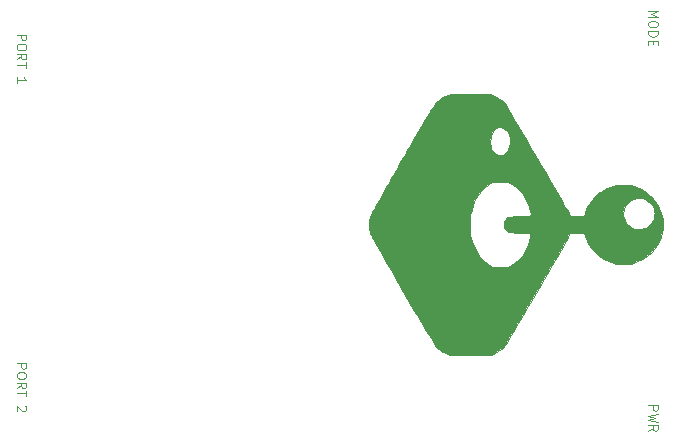
<source format=gto>
%TF.GenerationSoftware,KiCad,Pcbnew,(5.1.8)-1*%
%TF.CreationDate,2021-02-07T20:14:13+01:00*%
%TF.ProjectId,C64 Joystick Faceplate A1,43363420-4a6f-4797-9374-69636b204661,rev?*%
%TF.SameCoordinates,Original*%
%TF.FileFunction,Legend,Top*%
%TF.FilePolarity,Positive*%
%FSLAX46Y46*%
G04 Gerber Fmt 4.6, Leading zero omitted, Abs format (unit mm)*
G04 Created by KiCad (PCBNEW (5.1.8)-1) date 2021-02-07 20:14:13*
%MOMM*%
%LPD*%
G01*
G04 APERTURE LIST*
%ADD10C,0.100000*%
%ADD11C,0.010000*%
G04 APERTURE END LIST*
D10*
X166643095Y-74117380D02*
X167443095Y-74117380D01*
X166871666Y-74384047D01*
X167443095Y-74650714D01*
X166643095Y-74650714D01*
X167443095Y-75184047D02*
X167443095Y-75336428D01*
X167405000Y-75412619D01*
X167328809Y-75488809D01*
X167176428Y-75526904D01*
X166909761Y-75526904D01*
X166757380Y-75488809D01*
X166681190Y-75412619D01*
X166643095Y-75336428D01*
X166643095Y-75184047D01*
X166681190Y-75107857D01*
X166757380Y-75031666D01*
X166909761Y-74993571D01*
X167176428Y-74993571D01*
X167328809Y-75031666D01*
X167405000Y-75107857D01*
X167443095Y-75184047D01*
X166643095Y-75869761D02*
X167443095Y-75869761D01*
X167443095Y-76060238D01*
X167405000Y-76174523D01*
X167328809Y-76250714D01*
X167252619Y-76288809D01*
X167100238Y-76326904D01*
X166985952Y-76326904D01*
X166833571Y-76288809D01*
X166757380Y-76250714D01*
X166681190Y-76174523D01*
X166643095Y-76060238D01*
X166643095Y-75869761D01*
X167062142Y-76669761D02*
X167062142Y-76936428D01*
X166643095Y-77050714D02*
X166643095Y-76669761D01*
X167443095Y-76669761D01*
X167443095Y-77050714D01*
X166643095Y-107518333D02*
X167443095Y-107518333D01*
X167443095Y-107823095D01*
X167405000Y-107899285D01*
X167366904Y-107937380D01*
X167290714Y-107975476D01*
X167176428Y-107975476D01*
X167100238Y-107937380D01*
X167062142Y-107899285D01*
X167024047Y-107823095D01*
X167024047Y-107518333D01*
X167443095Y-108242142D02*
X166643095Y-108432619D01*
X167214523Y-108585000D01*
X166643095Y-108737380D01*
X167443095Y-108927857D01*
X166643095Y-109689761D02*
X167024047Y-109423095D01*
X166643095Y-109232619D02*
X167443095Y-109232619D01*
X167443095Y-109537380D01*
X167405000Y-109613571D01*
X167366904Y-109651666D01*
X167290714Y-109689761D01*
X167176428Y-109689761D01*
X167100238Y-109651666D01*
X167062142Y-109613571D01*
X167024047Y-109537380D01*
X167024047Y-109232619D01*
X113176095Y-103962452D02*
X113976095Y-103962452D01*
X113976095Y-104267214D01*
X113938000Y-104343404D01*
X113899904Y-104381500D01*
X113823714Y-104419595D01*
X113709428Y-104419595D01*
X113633238Y-104381500D01*
X113595142Y-104343404D01*
X113557047Y-104267214D01*
X113557047Y-103962452D01*
X113976095Y-104914833D02*
X113976095Y-105067214D01*
X113938000Y-105143404D01*
X113861809Y-105219595D01*
X113709428Y-105257690D01*
X113442761Y-105257690D01*
X113290380Y-105219595D01*
X113214190Y-105143404D01*
X113176095Y-105067214D01*
X113176095Y-104914833D01*
X113214190Y-104838642D01*
X113290380Y-104762452D01*
X113442761Y-104724357D01*
X113709428Y-104724357D01*
X113861809Y-104762452D01*
X113938000Y-104838642D01*
X113976095Y-104914833D01*
X113176095Y-106057690D02*
X113557047Y-105791023D01*
X113176095Y-105600547D02*
X113976095Y-105600547D01*
X113976095Y-105905309D01*
X113938000Y-105981500D01*
X113899904Y-106019595D01*
X113823714Y-106057690D01*
X113709428Y-106057690D01*
X113633238Y-106019595D01*
X113595142Y-105981500D01*
X113557047Y-105905309D01*
X113557047Y-105600547D01*
X113976095Y-106286261D02*
X113976095Y-106743404D01*
X113176095Y-106514833D02*
X113976095Y-106514833D01*
X113899904Y-107581500D02*
X113938000Y-107619595D01*
X113976095Y-107695785D01*
X113976095Y-107886261D01*
X113938000Y-107962452D01*
X113899904Y-108000547D01*
X113823714Y-108038642D01*
X113747523Y-108038642D01*
X113633238Y-108000547D01*
X113176095Y-107543404D01*
X113176095Y-108038642D01*
X113176095Y-76149452D02*
X113976095Y-76149452D01*
X113976095Y-76454214D01*
X113938000Y-76530404D01*
X113899904Y-76568500D01*
X113823714Y-76606595D01*
X113709428Y-76606595D01*
X113633238Y-76568500D01*
X113595142Y-76530404D01*
X113557047Y-76454214D01*
X113557047Y-76149452D01*
X113976095Y-77101833D02*
X113976095Y-77254214D01*
X113938000Y-77330404D01*
X113861809Y-77406595D01*
X113709428Y-77444690D01*
X113442761Y-77444690D01*
X113290380Y-77406595D01*
X113214190Y-77330404D01*
X113176095Y-77254214D01*
X113176095Y-77101833D01*
X113214190Y-77025642D01*
X113290380Y-76949452D01*
X113442761Y-76911357D01*
X113709428Y-76911357D01*
X113861809Y-76949452D01*
X113938000Y-77025642D01*
X113976095Y-77101833D01*
X113176095Y-78244690D02*
X113557047Y-77978023D01*
X113176095Y-77787547D02*
X113976095Y-77787547D01*
X113976095Y-78092309D01*
X113938000Y-78168500D01*
X113899904Y-78206595D01*
X113823714Y-78244690D01*
X113709428Y-78244690D01*
X113633238Y-78206595D01*
X113595142Y-78168500D01*
X113557047Y-78092309D01*
X113557047Y-77787547D01*
X113976095Y-78473261D02*
X113976095Y-78930404D01*
X113176095Y-78701833D02*
X113976095Y-78701833D01*
X113176095Y-80225642D02*
X113176095Y-79768500D01*
X113176095Y-79997071D02*
X113976095Y-79997071D01*
X113861809Y-79920880D01*
X113785619Y-79844690D01*
X113747523Y-79768500D01*
D11*
%TO.C,G\u002A\u002A\u002A*%
G36*
X167878624Y-92381292D02*
G01*
X167867517Y-92586543D01*
X167847596Y-92764218D01*
X167834546Y-92837000D01*
X167724052Y-93248468D01*
X167571741Y-93631374D01*
X167377046Y-93986809D01*
X167139396Y-94315865D01*
X166955988Y-94521982D01*
X166643140Y-94811461D01*
X166304900Y-95057183D01*
X165942469Y-95258474D01*
X165557049Y-95414661D01*
X165176200Y-95519460D01*
X165024258Y-95543601D01*
X164837294Y-95559814D01*
X164629678Y-95568063D01*
X164415784Y-95568311D01*
X164209984Y-95560521D01*
X164026650Y-95544657D01*
X163889454Y-95522743D01*
X163479748Y-95411276D01*
X163100190Y-95259693D01*
X162747777Y-95066371D01*
X162419506Y-94829687D01*
X162142253Y-94578287D01*
X161861969Y-94265994D01*
X161628864Y-93937452D01*
X161441088Y-93589697D01*
X161300786Y-93232086D01*
X161252896Y-93096981D01*
X161212739Y-93009338D01*
X161179097Y-92966616D01*
X161171583Y-92962665D01*
X161133130Y-92957058D01*
X161052068Y-92950907D01*
X160936582Y-92944636D01*
X160794855Y-92938669D01*
X160635068Y-92933431D01*
X160577940Y-92931887D01*
X160030979Y-92917918D01*
X159887181Y-93201309D01*
X159831117Y-93308341D01*
X159752199Y-93453772D01*
X159651975Y-93634950D01*
X159531995Y-93849224D01*
X159393807Y-94093943D01*
X159238960Y-94366456D01*
X159069005Y-94664113D01*
X158885489Y-94984262D01*
X158689962Y-95324253D01*
X158483973Y-95681434D01*
X158269071Y-96053155D01*
X158046806Y-96436764D01*
X157818725Y-96829611D01*
X157586379Y-97229044D01*
X157351316Y-97632414D01*
X157115086Y-98037068D01*
X156879237Y-98440355D01*
X156645319Y-98839626D01*
X156414881Y-99232228D01*
X156189471Y-99615512D01*
X155970640Y-99986825D01*
X155759935Y-100343517D01*
X155558906Y-100682938D01*
X155369103Y-101002435D01*
X155192073Y-101299359D01*
X155029367Y-101571058D01*
X154882534Y-101814881D01*
X154753122Y-102028178D01*
X154642680Y-102208296D01*
X154552758Y-102352587D01*
X154484904Y-102458397D01*
X154440669Y-102523077D01*
X154437666Y-102527100D01*
X154316862Y-102659015D01*
X154150834Y-102794395D01*
X153937958Y-102934406D01*
X153676606Y-103080213D01*
X153640981Y-103098631D01*
X153294462Y-103276400D01*
X151549791Y-103276400D01*
X149805120Y-103276399D01*
X149534110Y-103137633D01*
X149304719Y-103013528D01*
X149097655Y-102888302D01*
X148920621Y-102767015D01*
X148781317Y-102654724D01*
X148741336Y-102616926D01*
X148687302Y-102553032D01*
X148609341Y-102445378D01*
X148507425Y-102293915D01*
X148381524Y-102098595D01*
X148231610Y-101859369D01*
X148057655Y-101576191D01*
X147859631Y-101249012D01*
X147637509Y-100877783D01*
X147391261Y-100462458D01*
X147120858Y-100002986D01*
X146826272Y-99499322D01*
X146507474Y-98951416D01*
X146164436Y-98359221D01*
X145797130Y-97722688D01*
X145405527Y-97041769D01*
X144989599Y-96316417D01*
X144549316Y-95546584D01*
X144285761Y-95084900D01*
X144087257Y-94736896D01*
X143912387Y-94430115D01*
X143759583Y-94161669D01*
X143627279Y-93928673D01*
X143513909Y-93728240D01*
X143417905Y-93557482D01*
X143337703Y-93413512D01*
X143271736Y-93293445D01*
X143218436Y-93194393D01*
X143176239Y-93113469D01*
X143143577Y-93047787D01*
X143118884Y-92994460D01*
X143100594Y-92950601D01*
X143087140Y-92913323D01*
X143076957Y-92879740D01*
X143068477Y-92846964D01*
X143066066Y-92837000D01*
X143046803Y-92726649D01*
X143031336Y-92580028D01*
X143020216Y-92411563D01*
X143013994Y-92235681D01*
X143013223Y-92066808D01*
X143018452Y-91919371D01*
X143027419Y-91825898D01*
X143055493Y-91666490D01*
X143094977Y-91520560D01*
X143151284Y-91372971D01*
X143229825Y-91208588D01*
X143286003Y-91102699D01*
X143363701Y-90961509D01*
X143465004Y-90779909D01*
X143587919Y-90561368D01*
X143730456Y-90309358D01*
X143890624Y-90027349D01*
X144066431Y-89718811D01*
X144255886Y-89387214D01*
X144456997Y-89036028D01*
X144667774Y-88668725D01*
X144886226Y-88288774D01*
X145110360Y-87899646D01*
X145338185Y-87504810D01*
X145567712Y-87107738D01*
X145796947Y-86711900D01*
X146023900Y-86320765D01*
X146246579Y-85937805D01*
X146444607Y-85598000D01*
X146739412Y-85093081D01*
X147009769Y-84630822D01*
X147256515Y-84209823D01*
X147480490Y-83828685D01*
X147682530Y-83486006D01*
X147863474Y-83180389D01*
X148024161Y-82910432D01*
X148165428Y-82674737D01*
X148288114Y-82471904D01*
X148393056Y-82300532D01*
X148481094Y-82159223D01*
X148553065Y-82046576D01*
X148609806Y-81961191D01*
X148652158Y-81901670D01*
X148675191Y-81872921D01*
X148822056Y-81730083D01*
X149006976Y-81588370D01*
X149217636Y-81455500D01*
X149441720Y-81339193D01*
X149666912Y-81247165D01*
X149681998Y-81241969D01*
X149757277Y-81217460D01*
X149831109Y-81196477D01*
X149907840Y-81178801D01*
X149991820Y-81164215D01*
X150087398Y-81152500D01*
X150198923Y-81143440D01*
X150330744Y-81136815D01*
X150487209Y-81132409D01*
X150672667Y-81130003D01*
X150891468Y-81129380D01*
X151147960Y-81130321D01*
X151446491Y-81132610D01*
X151791412Y-81136027D01*
X151796016Y-81136076D01*
X153287532Y-81151872D01*
X153599416Y-81307877D01*
X153845184Y-81437101D01*
X154046342Y-81557109D01*
X154092937Y-81590027D01*
X154092937Y-83972400D01*
X153924385Y-83997068D01*
X153765797Y-84068933D01*
X153620838Y-84184781D01*
X153493172Y-84341402D01*
X153386463Y-84535584D01*
X153350387Y-84623269D01*
X153286085Y-84854859D01*
X153255825Y-85107033D01*
X153260395Y-85361975D01*
X153300586Y-85601863D01*
X153306123Y-85622635D01*
X153367322Y-85798976D01*
X153449840Y-85947092D01*
X153563904Y-86086742D01*
X153718380Y-86222522D01*
X153878993Y-86309898D01*
X154041740Y-86350245D01*
X154202614Y-86344938D01*
X154357612Y-86295350D01*
X154502728Y-86202856D01*
X154633957Y-86068830D01*
X154698700Y-85969329D01*
X154698700Y-88582500D01*
X154139900Y-88582550D01*
X153955523Y-88582852D01*
X153813875Y-88584177D01*
X153706888Y-88587207D01*
X153626492Y-88592626D01*
X153564618Y-88601117D01*
X153513197Y-88613363D01*
X153464161Y-88630048D01*
X153432636Y-88642428D01*
X153244197Y-88736055D01*
X153042847Y-88867404D01*
X152837803Y-89028468D01*
X152638279Y-89211241D01*
X152453493Y-89407717D01*
X152292660Y-89609890D01*
X152252152Y-89667943D01*
X152075460Y-89956553D01*
X151918100Y-90266759D01*
X151784807Y-90586674D01*
X151680314Y-90904410D01*
X151609355Y-91208078D01*
X151590620Y-91329123D01*
X151582521Y-91422066D01*
X151575986Y-91556404D01*
X151571030Y-91722758D01*
X151567665Y-91911745D01*
X151565908Y-92113986D01*
X151565771Y-92320099D01*
X151567269Y-92520705D01*
X151570416Y-92706421D01*
X151575227Y-92867868D01*
X151581716Y-92995664D01*
X151587989Y-93066266D01*
X151646520Y-93389087D01*
X151743284Y-93727128D01*
X151873633Y-94068371D01*
X152032917Y-94400799D01*
X152216490Y-94712393D01*
X152236223Y-94742273D01*
X152384682Y-94941536D01*
X152560206Y-95138915D01*
X152753664Y-95326433D01*
X152955922Y-95496116D01*
X153157845Y-95639988D01*
X153350301Y-95750074D01*
X153432636Y-95786971D01*
X153484103Y-95806635D01*
X153533128Y-95821453D01*
X153587781Y-95832108D01*
X153656130Y-95839282D01*
X153746246Y-95843659D01*
X153866196Y-95845921D01*
X154024051Y-95846753D01*
X154139900Y-95846849D01*
X154698700Y-95846900D01*
X154925669Y-95737856D01*
X155226629Y-95565324D01*
X155507970Y-95346893D01*
X155768130Y-95084146D01*
X156005543Y-94778667D01*
X156218646Y-94432040D01*
X156222757Y-94424500D01*
X156300000Y-94270920D01*
X156376914Y-94097110D01*
X156450488Y-93912079D01*
X156517710Y-93724839D01*
X156575568Y-93544398D01*
X156621052Y-93379769D01*
X156651149Y-93239960D01*
X156662848Y-93133983D01*
X156662274Y-93109493D01*
X156657584Y-93064309D01*
X156647460Y-93027565D01*
X156626982Y-92998222D01*
X156591229Y-92975239D01*
X156535280Y-92957576D01*
X156454214Y-92944191D01*
X156343110Y-92934045D01*
X156197049Y-92926097D01*
X156011108Y-92919306D01*
X155780367Y-92912632D01*
X155723994Y-92911101D01*
X155524325Y-92904907D01*
X155336688Y-92897588D01*
X155168315Y-92889541D01*
X155026437Y-92881164D01*
X154918286Y-92872855D01*
X154851096Y-92865013D01*
X154838348Y-92862385D01*
X154706703Y-92800908D01*
X154588400Y-92691959D01*
X154494139Y-92552998D01*
X154454813Y-92475180D01*
X154432148Y-92405865D01*
X154421769Y-92325276D01*
X154419300Y-92214700D01*
X154421815Y-92103383D01*
X154432274Y-92022962D01*
X154455055Y-91953658D01*
X154494139Y-91876401D01*
X154597812Y-91726477D01*
X154716831Y-91621689D01*
X154837437Y-91567259D01*
X154887937Y-91559697D01*
X154981993Y-91551450D01*
X155112373Y-91542926D01*
X155271845Y-91534532D01*
X155453177Y-91526673D01*
X155649137Y-91519756D01*
X155720420Y-91517617D01*
X155917833Y-91511192D01*
X156101401Y-91503739D01*
X156264260Y-91495654D01*
X156399548Y-91487329D01*
X156500405Y-91479159D01*
X156559966Y-91471537D01*
X156570406Y-91468842D01*
X156623067Y-91441581D01*
X156658609Y-91403359D01*
X156676766Y-91348606D01*
X156677273Y-91271755D01*
X156659864Y-91167234D01*
X156624275Y-91029475D01*
X156570238Y-90852908D01*
X156536044Y-90747798D01*
X156373784Y-90320832D01*
X156181516Y-89934110D01*
X155958520Y-89586368D01*
X155704077Y-89276341D01*
X155688151Y-89259290D01*
X155460423Y-89039960D01*
X155225519Y-88861285D01*
X154970285Y-88713471D01*
X154925669Y-88691543D01*
X154698700Y-88582500D01*
X154698700Y-85969329D01*
X154747295Y-85894645D01*
X154838736Y-85681676D01*
X154850713Y-85645216D01*
X154912227Y-85378773D01*
X154929555Y-85115212D01*
X154903834Y-84860601D01*
X154836199Y-84621009D01*
X154727788Y-84402504D01*
X154582790Y-84214372D01*
X154452801Y-84094523D01*
X154326705Y-84018016D01*
X154193760Y-83979543D01*
X154092937Y-83972400D01*
X154092937Y-81590027D01*
X154207564Y-81671010D01*
X154333524Y-81781911D01*
X154370038Y-81820475D01*
X154411292Y-81873448D01*
X154474066Y-81964634D01*
X154558623Y-82094469D01*
X154665223Y-82263387D01*
X154794128Y-82471825D01*
X154945598Y-82720219D01*
X155119897Y-83009004D01*
X155317283Y-83338617D01*
X155538020Y-83709493D01*
X155782367Y-84122067D01*
X156050587Y-84576776D01*
X156342941Y-85074056D01*
X156659690Y-85614342D01*
X157001094Y-86198070D01*
X157243941Y-86614000D01*
X157565038Y-87164844D01*
X157869159Y-87687675D01*
X158155593Y-88181248D01*
X158423630Y-88644321D01*
X158672560Y-89075653D01*
X158901671Y-89474002D01*
X159110253Y-89838124D01*
X159297595Y-90166778D01*
X159462988Y-90458722D01*
X159605719Y-90712713D01*
X159725080Y-90927509D01*
X159820358Y-91101868D01*
X159890844Y-91234548D01*
X159921379Y-91294518D01*
X160029196Y-91511914D01*
X160513548Y-91500253D01*
X160721141Y-91494772D01*
X160883607Y-91489076D01*
X161006616Y-91482525D01*
X161095839Y-91474478D01*
X161156948Y-91464294D01*
X161195613Y-91451333D01*
X161217505Y-91434954D01*
X161226452Y-91419731D01*
X161242340Y-91377801D01*
X161270733Y-91301186D01*
X161306804Y-91202950D01*
X161327217Y-91147040D01*
X161497093Y-90749432D01*
X161704627Y-90384828D01*
X161948981Y-90054318D01*
X162229317Y-89758992D01*
X162544798Y-89499944D01*
X162645259Y-89430075D01*
X162908264Y-89267108D01*
X163165259Y-89136795D01*
X163434145Y-89031249D01*
X163732824Y-88942581D01*
X163777667Y-88931158D01*
X163882400Y-88906210D01*
X163974486Y-88888223D01*
X164066049Y-88876057D01*
X164169212Y-88868574D01*
X164296100Y-88864633D01*
X164458835Y-88863094D01*
X164503100Y-88862959D01*
X164719040Y-88864572D01*
X164897658Y-88871724D01*
X165052294Y-88886222D01*
X165196289Y-88909873D01*
X165342983Y-88944483D01*
X165505717Y-88991861D01*
X165544500Y-89004019D01*
X165890822Y-89136371D01*
X165896124Y-89139177D01*
X165896124Y-89956570D01*
X165663636Y-89972886D01*
X165434121Y-90037109D01*
X165211523Y-90149227D01*
X164999787Y-90309229D01*
X164929927Y-90375585D01*
X164753556Y-90582557D01*
X164625430Y-90799984D01*
X164546124Y-91026022D01*
X164516212Y-91258828D01*
X164536268Y-91496558D01*
X164554818Y-91579123D01*
X164645503Y-91833198D01*
X164777774Y-92058135D01*
X164952033Y-92254532D01*
X165074468Y-92357087D01*
X165296891Y-92496261D01*
X165527138Y-92585367D01*
X165763713Y-92624273D01*
X166005122Y-92612850D01*
X166249868Y-92550966D01*
X166427006Y-92475244D01*
X166651052Y-92337428D01*
X166839272Y-92168733D01*
X166989280Y-91974171D01*
X167098685Y-91758756D01*
X167165098Y-91527502D01*
X167186130Y-91285421D01*
X167159391Y-91037527D01*
X167143865Y-90970988D01*
X167087739Y-90803069D01*
X167007746Y-90650280D01*
X166895961Y-90499652D01*
X166776918Y-90370577D01*
X166571982Y-90195163D01*
X166354241Y-90067697D01*
X166127640Y-89988170D01*
X165896124Y-89956570D01*
X165896124Y-89139177D01*
X166216628Y-89308809D01*
X166527356Y-89524714D01*
X166828445Y-89787465D01*
X166868800Y-89826858D01*
X167154584Y-90142748D01*
X167395383Y-90480507D01*
X167590375Y-90838641D01*
X167738739Y-91215651D01*
X167834851Y-91585417D01*
X167859032Y-91750528D01*
X167874386Y-91948240D01*
X167880915Y-92163510D01*
X167878624Y-92381292D01*
G37*
X167878624Y-92381292D02*
X167867517Y-92586543D01*
X167847596Y-92764218D01*
X167834546Y-92837000D01*
X167724052Y-93248468D01*
X167571741Y-93631374D01*
X167377046Y-93986809D01*
X167139396Y-94315865D01*
X166955988Y-94521982D01*
X166643140Y-94811461D01*
X166304900Y-95057183D01*
X165942469Y-95258474D01*
X165557049Y-95414661D01*
X165176200Y-95519460D01*
X165024258Y-95543601D01*
X164837294Y-95559814D01*
X164629678Y-95568063D01*
X164415784Y-95568311D01*
X164209984Y-95560521D01*
X164026650Y-95544657D01*
X163889454Y-95522743D01*
X163479748Y-95411276D01*
X163100190Y-95259693D01*
X162747777Y-95066371D01*
X162419506Y-94829687D01*
X162142253Y-94578287D01*
X161861969Y-94265994D01*
X161628864Y-93937452D01*
X161441088Y-93589697D01*
X161300786Y-93232086D01*
X161252896Y-93096981D01*
X161212739Y-93009338D01*
X161179097Y-92966616D01*
X161171583Y-92962665D01*
X161133130Y-92957058D01*
X161052068Y-92950907D01*
X160936582Y-92944636D01*
X160794855Y-92938669D01*
X160635068Y-92933431D01*
X160577940Y-92931887D01*
X160030979Y-92917918D01*
X159887181Y-93201309D01*
X159831117Y-93308341D01*
X159752199Y-93453772D01*
X159651975Y-93634950D01*
X159531995Y-93849224D01*
X159393807Y-94093943D01*
X159238960Y-94366456D01*
X159069005Y-94664113D01*
X158885489Y-94984262D01*
X158689962Y-95324253D01*
X158483973Y-95681434D01*
X158269071Y-96053155D01*
X158046806Y-96436764D01*
X157818725Y-96829611D01*
X157586379Y-97229044D01*
X157351316Y-97632414D01*
X157115086Y-98037068D01*
X156879237Y-98440355D01*
X156645319Y-98839626D01*
X156414881Y-99232228D01*
X156189471Y-99615512D01*
X155970640Y-99986825D01*
X155759935Y-100343517D01*
X155558906Y-100682938D01*
X155369103Y-101002435D01*
X155192073Y-101299359D01*
X155029367Y-101571058D01*
X154882534Y-101814881D01*
X154753122Y-102028178D01*
X154642680Y-102208296D01*
X154552758Y-102352587D01*
X154484904Y-102458397D01*
X154440669Y-102523077D01*
X154437666Y-102527100D01*
X154316862Y-102659015D01*
X154150834Y-102794395D01*
X153937958Y-102934406D01*
X153676606Y-103080213D01*
X153640981Y-103098631D01*
X153294462Y-103276400D01*
X151549791Y-103276400D01*
X149805120Y-103276399D01*
X149534110Y-103137633D01*
X149304719Y-103013528D01*
X149097655Y-102888302D01*
X148920621Y-102767015D01*
X148781317Y-102654724D01*
X148741336Y-102616926D01*
X148687302Y-102553032D01*
X148609341Y-102445378D01*
X148507425Y-102293915D01*
X148381524Y-102098595D01*
X148231610Y-101859369D01*
X148057655Y-101576191D01*
X147859631Y-101249012D01*
X147637509Y-100877783D01*
X147391261Y-100462458D01*
X147120858Y-100002986D01*
X146826272Y-99499322D01*
X146507474Y-98951416D01*
X146164436Y-98359221D01*
X145797130Y-97722688D01*
X145405527Y-97041769D01*
X144989599Y-96316417D01*
X144549316Y-95546584D01*
X144285761Y-95084900D01*
X144087257Y-94736896D01*
X143912387Y-94430115D01*
X143759583Y-94161669D01*
X143627279Y-93928673D01*
X143513909Y-93728240D01*
X143417905Y-93557482D01*
X143337703Y-93413512D01*
X143271736Y-93293445D01*
X143218436Y-93194393D01*
X143176239Y-93113469D01*
X143143577Y-93047787D01*
X143118884Y-92994460D01*
X143100594Y-92950601D01*
X143087140Y-92913323D01*
X143076957Y-92879740D01*
X143068477Y-92846964D01*
X143066066Y-92837000D01*
X143046803Y-92726649D01*
X143031336Y-92580028D01*
X143020216Y-92411563D01*
X143013994Y-92235681D01*
X143013223Y-92066808D01*
X143018452Y-91919371D01*
X143027419Y-91825898D01*
X143055493Y-91666490D01*
X143094977Y-91520560D01*
X143151284Y-91372971D01*
X143229825Y-91208588D01*
X143286003Y-91102699D01*
X143363701Y-90961509D01*
X143465004Y-90779909D01*
X143587919Y-90561368D01*
X143730456Y-90309358D01*
X143890624Y-90027349D01*
X144066431Y-89718811D01*
X144255886Y-89387214D01*
X144456997Y-89036028D01*
X144667774Y-88668725D01*
X144886226Y-88288774D01*
X145110360Y-87899646D01*
X145338185Y-87504810D01*
X145567712Y-87107738D01*
X145796947Y-86711900D01*
X146023900Y-86320765D01*
X146246579Y-85937805D01*
X146444607Y-85598000D01*
X146739412Y-85093081D01*
X147009769Y-84630822D01*
X147256515Y-84209823D01*
X147480490Y-83828685D01*
X147682530Y-83486006D01*
X147863474Y-83180389D01*
X148024161Y-82910432D01*
X148165428Y-82674737D01*
X148288114Y-82471904D01*
X148393056Y-82300532D01*
X148481094Y-82159223D01*
X148553065Y-82046576D01*
X148609806Y-81961191D01*
X148652158Y-81901670D01*
X148675191Y-81872921D01*
X148822056Y-81730083D01*
X149006976Y-81588370D01*
X149217636Y-81455500D01*
X149441720Y-81339193D01*
X149666912Y-81247165D01*
X149681998Y-81241969D01*
X149757277Y-81217460D01*
X149831109Y-81196477D01*
X149907840Y-81178801D01*
X149991820Y-81164215D01*
X150087398Y-81152500D01*
X150198923Y-81143440D01*
X150330744Y-81136815D01*
X150487209Y-81132409D01*
X150672667Y-81130003D01*
X150891468Y-81129380D01*
X151147960Y-81130321D01*
X151446491Y-81132610D01*
X151791412Y-81136027D01*
X151796016Y-81136076D01*
X153287532Y-81151872D01*
X153599416Y-81307877D01*
X153845184Y-81437101D01*
X154046342Y-81557109D01*
X154092937Y-81590027D01*
X154092937Y-83972400D01*
X153924385Y-83997068D01*
X153765797Y-84068933D01*
X153620838Y-84184781D01*
X153493172Y-84341402D01*
X153386463Y-84535584D01*
X153350387Y-84623269D01*
X153286085Y-84854859D01*
X153255825Y-85107033D01*
X153260395Y-85361975D01*
X153300586Y-85601863D01*
X153306123Y-85622635D01*
X153367322Y-85798976D01*
X153449840Y-85947092D01*
X153563904Y-86086742D01*
X153718380Y-86222522D01*
X153878993Y-86309898D01*
X154041740Y-86350245D01*
X154202614Y-86344938D01*
X154357612Y-86295350D01*
X154502728Y-86202856D01*
X154633957Y-86068830D01*
X154698700Y-85969329D01*
X154698700Y-88582500D01*
X154139900Y-88582550D01*
X153955523Y-88582852D01*
X153813875Y-88584177D01*
X153706888Y-88587207D01*
X153626492Y-88592626D01*
X153564618Y-88601117D01*
X153513197Y-88613363D01*
X153464161Y-88630048D01*
X153432636Y-88642428D01*
X153244197Y-88736055D01*
X153042847Y-88867404D01*
X152837803Y-89028468D01*
X152638279Y-89211241D01*
X152453493Y-89407717D01*
X152292660Y-89609890D01*
X152252152Y-89667943D01*
X152075460Y-89956553D01*
X151918100Y-90266759D01*
X151784807Y-90586674D01*
X151680314Y-90904410D01*
X151609355Y-91208078D01*
X151590620Y-91329123D01*
X151582521Y-91422066D01*
X151575986Y-91556404D01*
X151571030Y-91722758D01*
X151567665Y-91911745D01*
X151565908Y-92113986D01*
X151565771Y-92320099D01*
X151567269Y-92520705D01*
X151570416Y-92706421D01*
X151575227Y-92867868D01*
X151581716Y-92995664D01*
X151587989Y-93066266D01*
X151646520Y-93389087D01*
X151743284Y-93727128D01*
X151873633Y-94068371D01*
X152032917Y-94400799D01*
X152216490Y-94712393D01*
X152236223Y-94742273D01*
X152384682Y-94941536D01*
X152560206Y-95138915D01*
X152753664Y-95326433D01*
X152955922Y-95496116D01*
X153157845Y-95639988D01*
X153350301Y-95750074D01*
X153432636Y-95786971D01*
X153484103Y-95806635D01*
X153533128Y-95821453D01*
X153587781Y-95832108D01*
X153656130Y-95839282D01*
X153746246Y-95843659D01*
X153866196Y-95845921D01*
X154024051Y-95846753D01*
X154139900Y-95846849D01*
X154698700Y-95846900D01*
X154925669Y-95737856D01*
X155226629Y-95565324D01*
X155507970Y-95346893D01*
X155768130Y-95084146D01*
X156005543Y-94778667D01*
X156218646Y-94432040D01*
X156222757Y-94424500D01*
X156300000Y-94270920D01*
X156376914Y-94097110D01*
X156450488Y-93912079D01*
X156517710Y-93724839D01*
X156575568Y-93544398D01*
X156621052Y-93379769D01*
X156651149Y-93239960D01*
X156662848Y-93133983D01*
X156662274Y-93109493D01*
X156657584Y-93064309D01*
X156647460Y-93027565D01*
X156626982Y-92998222D01*
X156591229Y-92975239D01*
X156535280Y-92957576D01*
X156454214Y-92944191D01*
X156343110Y-92934045D01*
X156197049Y-92926097D01*
X156011108Y-92919306D01*
X155780367Y-92912632D01*
X155723994Y-92911101D01*
X155524325Y-92904907D01*
X155336688Y-92897588D01*
X155168315Y-92889541D01*
X155026437Y-92881164D01*
X154918286Y-92872855D01*
X154851096Y-92865013D01*
X154838348Y-92862385D01*
X154706703Y-92800908D01*
X154588400Y-92691959D01*
X154494139Y-92552998D01*
X154454813Y-92475180D01*
X154432148Y-92405865D01*
X154421769Y-92325276D01*
X154419300Y-92214700D01*
X154421815Y-92103383D01*
X154432274Y-92022962D01*
X154455055Y-91953658D01*
X154494139Y-91876401D01*
X154597812Y-91726477D01*
X154716831Y-91621689D01*
X154837437Y-91567259D01*
X154887937Y-91559697D01*
X154981993Y-91551450D01*
X155112373Y-91542926D01*
X155271845Y-91534532D01*
X155453177Y-91526673D01*
X155649137Y-91519756D01*
X155720420Y-91517617D01*
X155917833Y-91511192D01*
X156101401Y-91503739D01*
X156264260Y-91495654D01*
X156399548Y-91487329D01*
X156500405Y-91479159D01*
X156559966Y-91471537D01*
X156570406Y-91468842D01*
X156623067Y-91441581D01*
X156658609Y-91403359D01*
X156676766Y-91348606D01*
X156677273Y-91271755D01*
X156659864Y-91167234D01*
X156624275Y-91029475D01*
X156570238Y-90852908D01*
X156536044Y-90747798D01*
X156373784Y-90320832D01*
X156181516Y-89934110D01*
X155958520Y-89586368D01*
X155704077Y-89276341D01*
X155688151Y-89259290D01*
X155460423Y-89039960D01*
X155225519Y-88861285D01*
X154970285Y-88713471D01*
X154925669Y-88691543D01*
X154698700Y-88582500D01*
X154698700Y-85969329D01*
X154747295Y-85894645D01*
X154838736Y-85681676D01*
X154850713Y-85645216D01*
X154912227Y-85378773D01*
X154929555Y-85115212D01*
X154903834Y-84860601D01*
X154836199Y-84621009D01*
X154727788Y-84402504D01*
X154582790Y-84214372D01*
X154452801Y-84094523D01*
X154326705Y-84018016D01*
X154193760Y-83979543D01*
X154092937Y-83972400D01*
X154092937Y-81590027D01*
X154207564Y-81671010D01*
X154333524Y-81781911D01*
X154370038Y-81820475D01*
X154411292Y-81873448D01*
X154474066Y-81964634D01*
X154558623Y-82094469D01*
X154665223Y-82263387D01*
X154794128Y-82471825D01*
X154945598Y-82720219D01*
X155119897Y-83009004D01*
X155317283Y-83338617D01*
X155538020Y-83709493D01*
X155782367Y-84122067D01*
X156050587Y-84576776D01*
X156342941Y-85074056D01*
X156659690Y-85614342D01*
X157001094Y-86198070D01*
X157243941Y-86614000D01*
X157565038Y-87164844D01*
X157869159Y-87687675D01*
X158155593Y-88181248D01*
X158423630Y-88644321D01*
X158672560Y-89075653D01*
X158901671Y-89474002D01*
X159110253Y-89838124D01*
X159297595Y-90166778D01*
X159462988Y-90458722D01*
X159605719Y-90712713D01*
X159725080Y-90927509D01*
X159820358Y-91101868D01*
X159890844Y-91234548D01*
X159921379Y-91294518D01*
X160029196Y-91511914D01*
X160513548Y-91500253D01*
X160721141Y-91494772D01*
X160883607Y-91489076D01*
X161006616Y-91482525D01*
X161095839Y-91474478D01*
X161156948Y-91464294D01*
X161195613Y-91451333D01*
X161217505Y-91434954D01*
X161226452Y-91419731D01*
X161242340Y-91377801D01*
X161270733Y-91301186D01*
X161306804Y-91202950D01*
X161327217Y-91147040D01*
X161497093Y-90749432D01*
X161704627Y-90384828D01*
X161948981Y-90054318D01*
X162229317Y-89758992D01*
X162544798Y-89499944D01*
X162645259Y-89430075D01*
X162908264Y-89267108D01*
X163165259Y-89136795D01*
X163434145Y-89031249D01*
X163732824Y-88942581D01*
X163777667Y-88931158D01*
X163882400Y-88906210D01*
X163974486Y-88888223D01*
X164066049Y-88876057D01*
X164169212Y-88868574D01*
X164296100Y-88864633D01*
X164458835Y-88863094D01*
X164503100Y-88862959D01*
X164719040Y-88864572D01*
X164897658Y-88871724D01*
X165052294Y-88886222D01*
X165196289Y-88909873D01*
X165342983Y-88944483D01*
X165505717Y-88991861D01*
X165544500Y-89004019D01*
X165890822Y-89136371D01*
X165896124Y-89139177D01*
X165896124Y-89956570D01*
X165663636Y-89972886D01*
X165434121Y-90037109D01*
X165211523Y-90149227D01*
X164999787Y-90309229D01*
X164929927Y-90375585D01*
X164753556Y-90582557D01*
X164625430Y-90799984D01*
X164546124Y-91026022D01*
X164516212Y-91258828D01*
X164536268Y-91496558D01*
X164554818Y-91579123D01*
X164645503Y-91833198D01*
X164777774Y-92058135D01*
X164952033Y-92254532D01*
X165074468Y-92357087D01*
X165296891Y-92496261D01*
X165527138Y-92585367D01*
X165763713Y-92624273D01*
X166005122Y-92612850D01*
X166249868Y-92550966D01*
X166427006Y-92475244D01*
X166651052Y-92337428D01*
X166839272Y-92168733D01*
X166989280Y-91974171D01*
X167098685Y-91758756D01*
X167165098Y-91527502D01*
X167186130Y-91285421D01*
X167159391Y-91037527D01*
X167143865Y-90970988D01*
X167087739Y-90803069D01*
X167007746Y-90650280D01*
X166895961Y-90499652D01*
X166776918Y-90370577D01*
X166571982Y-90195163D01*
X166354241Y-90067697D01*
X166127640Y-89988170D01*
X165896124Y-89956570D01*
X165896124Y-89139177D01*
X166216628Y-89308809D01*
X166527356Y-89524714D01*
X166828445Y-89787465D01*
X166868800Y-89826858D01*
X167154584Y-90142748D01*
X167395383Y-90480507D01*
X167590375Y-90838641D01*
X167738739Y-91215651D01*
X167834851Y-91585417D01*
X167859032Y-91750528D01*
X167874386Y-91948240D01*
X167880915Y-92163510D01*
X167878624Y-92381292D01*
%TD*%
M02*

</source>
